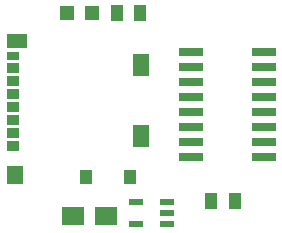
<source format=gbr>
G04 EAGLE Gerber RS-274X export*
G75*
%MOMM*%
%FSLAX34Y34*%
%LPD*%
%INSolderpaste Top*%
%IPPOS*%
%AMOC8*
5,1,8,0,0,1.08239X$1,22.5*%
G01*
%ADD10R,2.032000X0.660400*%
%ADD11R,1.200000X0.550000*%
%ADD12R,1.950000X1.500000*%
%ADD13R,1.100000X1.400000*%
%ADD14R,1.200000X1.200000*%
%ADD15R,1.100000X0.750000*%
%ADD16R,1.100000X0.850000*%
%ADD17R,1.100000X0.875000*%
%ADD18R,1.000000X1.200000*%
%ADD19R,1.350000X1.900000*%
%ADD20R,1.800000X1.170000*%
%ADD21R,1.350000X1.550000*%


D10*
X171196Y177800D03*
X232664Y177800D03*
X171196Y165100D03*
X171196Y152400D03*
X232664Y165100D03*
X232664Y152400D03*
X171196Y139700D03*
X232664Y139700D03*
X171196Y127000D03*
X232664Y127000D03*
X171196Y114300D03*
X171196Y101600D03*
X232664Y114300D03*
X232664Y101600D03*
X171196Y88900D03*
X232664Y88900D03*
D11*
X150160Y32410D03*
X150160Y41910D03*
X150160Y51410D03*
X124160Y51410D03*
X124160Y32410D03*
D12*
X71340Y39370D03*
X98840Y39370D03*
D13*
X188120Y52070D03*
X208120Y52070D03*
D14*
X86700Y210820D03*
X65700Y210820D03*
D13*
X128110Y210820D03*
X108110Y210820D03*
D15*
X20390Y174990D03*
D16*
X20390Y164490D03*
X20390Y153490D03*
X20390Y142490D03*
X20390Y131490D03*
X20390Y120490D03*
D17*
X20390Y109490D03*
D16*
X20390Y98490D03*
D18*
X81890Y72140D03*
X118890Y72140D03*
D19*
X128640Y166840D03*
X128640Y107140D03*
D20*
X23890Y187090D03*
D21*
X21640Y73890D03*
M02*

</source>
